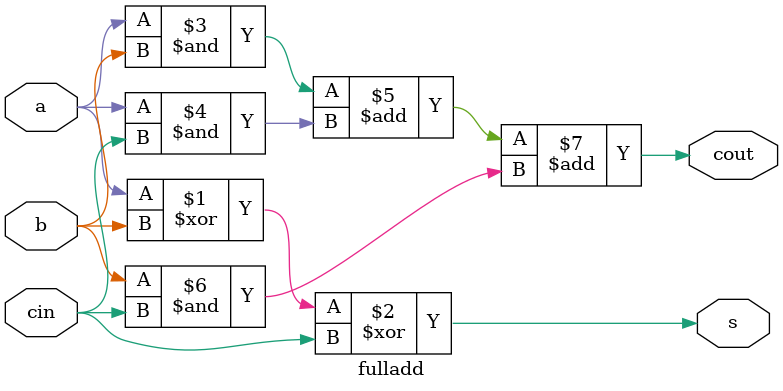
<source format=v>
module part2 (SW, LEDR);
	input [9:0] SW; //cin SW[8]
	output [9:0] LEDR; //cout LEDR[9]
	wire c1, c2, c3;
	
	fulladd U0 (SW[4], SW[0], SW[8], c1, LEDR[0]);
	fulladd U1 (SW[5], SW[1], c1, c2, LEDR[1]);
	fulladd U2 (SW[6], SW[2], c2, c3, LEDR[2]);
	fulladd U3 (SW[7], SW[3], c3, LEDR[9], LEDR[3]);
	
endmodule

module fulladd (a, b, cin, cout, s);
	input a, b, cin;
	output s, cout;
	assign s = a^b^cin;
	assign cout = (a&b) + (a & cin) + (b & cin);
endmodule

</source>
